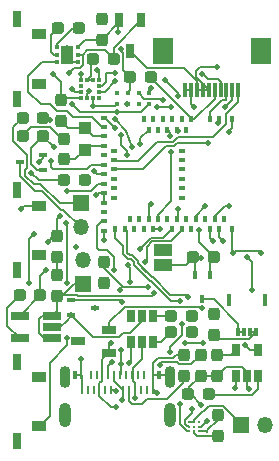
<source format=gbr>
%TF.GenerationSoftware,KiCad,Pcbnew,(5.99.0-8775-g06a515339c)*%
%TF.CreationDate,2021-12-27T00:45:29-05:00*%
%TF.ProjectId,mk2,6d6b322e-6b69-4636-9164-5f7063625858,rev?*%
%TF.SameCoordinates,Original*%
%TF.FileFunction,Copper,L1,Top*%
%TF.FilePolarity,Positive*%
%FSLAX46Y46*%
G04 Gerber Fmt 4.6, Leading zero omitted, Abs format (unit mm)*
G04 Created by KiCad (PCBNEW (5.99.0-8775-g06a515339c)) date 2021-12-27 00:45:29*
%MOMM*%
%LPD*%
G01*
G04 APERTURE LIST*
G04 Aperture macros list*
%AMRoundRect*
0 Rectangle with rounded corners*
0 $1 Rounding radius*
0 $2 $3 $4 $5 $6 $7 $8 $9 X,Y pos of 4 corners*
0 Add a 4 corners polygon primitive as box body*
4,1,4,$2,$3,$4,$5,$6,$7,$8,$9,$2,$3,0*
0 Add four circle primitives for the rounded corners*
1,1,$1+$1,$2,$3*
1,1,$1+$1,$4,$5*
1,1,$1+$1,$6,$7*
1,1,$1+$1,$8,$9*
0 Add four rect primitives between the rounded corners*
20,1,$1+$1,$2,$3,$4,$5,0*
20,1,$1+$1,$4,$5,$6,$7,0*
20,1,$1+$1,$6,$7,$8,$9,0*
20,1,$1+$1,$8,$9,$2,$3,0*%
G04 Aperture macros list end*
%TA.AperFunction,SMDPad,CuDef*%
%ADD10RoundRect,0.237500X0.287500X0.237500X-0.287500X0.237500X-0.287500X-0.237500X0.287500X-0.237500X0*%
%TD*%
%TA.AperFunction,SMDPad,CuDef*%
%ADD11RoundRect,0.237500X-0.237500X0.287500X-0.237500X-0.287500X0.237500X-0.287500X0.237500X0.287500X0*%
%TD*%
%TA.AperFunction,SMDPad,CuDef*%
%ADD12C,0.229500*%
%TD*%
%TA.AperFunction,SMDPad,CuDef*%
%ADD13RoundRect,0.237500X0.237500X-0.287500X0.237500X0.287500X-0.237500X0.287500X-0.237500X-0.287500X0*%
%TD*%
%TA.AperFunction,SMDPad,CuDef*%
%ADD14R,0.300000X0.350000*%
%TD*%
%TA.AperFunction,SMDPad,CuDef*%
%ADD15R,0.350000X0.300000*%
%TD*%
%TA.AperFunction,SMDPad,CuDef*%
%ADD16R,0.400000X0.600000*%
%TD*%
%TA.AperFunction,SMDPad,CuDef*%
%ADD17R,0.600000X0.400000*%
%TD*%
%TA.AperFunction,SMDPad,CuDef*%
%ADD18R,0.650000X1.060000*%
%TD*%
%TA.AperFunction,SMDPad,CuDef*%
%ADD19R,1.220000X0.650000*%
%TD*%
%TA.AperFunction,SMDPad,CuDef*%
%ADD20R,0.700000X0.450000*%
%TD*%
%TA.AperFunction,SMDPad,CuDef*%
%ADD21R,0.650000X1.220000*%
%TD*%
%TA.AperFunction,SMDPad,CuDef*%
%ADD22R,1.270000X0.900000*%
%TD*%
%TA.AperFunction,SMDPad,CuDef*%
%ADD23R,0.800000X1.450000*%
%TD*%
%TA.AperFunction,SMDPad,CuDef*%
%ADD24R,0.300000X1.300000*%
%TD*%
%TA.AperFunction,SMDPad,CuDef*%
%ADD25R,1.800000X2.200000*%
%TD*%
%TA.AperFunction,SMDPad,CuDef*%
%ADD26R,0.300000X0.700000*%
%TD*%
%TA.AperFunction,SMDPad,CuDef*%
%ADD27R,0.300000X1.000000*%
%TD*%
%TA.AperFunction,SMDPad,CuDef*%
%ADD28RoundRect,0.237500X-0.287500X-0.237500X0.287500X-0.237500X0.287500X0.237500X-0.287500X0.237500X0*%
%TD*%
%TA.AperFunction,SMDPad,CuDef*%
%ADD29R,0.400000X0.420000*%
%TD*%
%TA.AperFunction,ComponentPad*%
%ADD30R,1.350000X1.350000*%
%TD*%
%TA.AperFunction,ComponentPad*%
%ADD31O,1.350000X1.350000*%
%TD*%
%TA.AperFunction,SMDPad,CuDef*%
%ADD32R,0.450000X0.700000*%
%TD*%
%TA.AperFunction,SMDPad,CuDef*%
%ADD33RoundRect,0.093750X0.093750X0.106250X-0.093750X0.106250X-0.093750X-0.106250X0.093750X-0.106250X0*%
%TD*%
%TA.AperFunction,ComponentPad*%
%ADD34C,0.500000*%
%TD*%
%TA.AperFunction,SMDPad,CuDef*%
%ADD35R,1.000000X1.600000*%
%TD*%
%TA.AperFunction,SMDPad,CuDef*%
%ADD36R,1.100000X1.050000*%
%TD*%
%TA.AperFunction,SMDPad,CuDef*%
%ADD37R,0.250000X0.750000*%
%TD*%
%TA.AperFunction,SMDPad,CuDef*%
%ADD38R,0.300000X0.750000*%
%TD*%
%TA.AperFunction,ComponentPad*%
%ADD39O,1.025000X2.050000*%
%TD*%
%TA.AperFunction,ComponentPad*%
%ADD40O,0.925000X1.850000*%
%TD*%
%TA.AperFunction,SMDPad,CuDef*%
%ADD41R,1.560000X0.650000*%
%TD*%
%TA.AperFunction,SMDPad,CuDef*%
%ADD42R,1.500000X1.000000*%
%TD*%
%TA.AperFunction,ViaPad*%
%ADD43C,0.500000*%
%TD*%
%TA.AperFunction,Conductor*%
%ADD44C,0.130000*%
%TD*%
%TA.AperFunction,Conductor*%
%ADD45C,0.200000*%
%TD*%
G04 APERTURE END LIST*
D10*
%TO.P,R4,1*%
%TO.N,Net-(IC1-Pad35)*%
X27799000Y-39878000D03*
%TO.P,R4,2*%
%TO.N,USB_DP*%
X26049000Y-39878000D03*
%TD*%
%TO.P,R13,1*%
%TO.N,BACKLIGHT*%
X29704000Y-33528000D03*
%TO.P,R13,2*%
%TO.N,GND*%
X27954000Y-33528000D03*
%TD*%
D11*
%TO.P,R14,1*%
%TO.N,VIN*%
X29718000Y-38368000D03*
%TO.P,R14,2*%
%TO.N,Net-(J4-Pad1)*%
X29718000Y-40118000D03*
%TD*%
D12*
%TO.P,U6,A1,TH*%
%TO.N,+BATT*%
X27600000Y-47477000D03*
%TO.P,U6,A2,BATT*%
X28000000Y-47477000D03*
%TO.P,U6,A3,NC*%
%TO.N,N/C*%
X28400000Y-47477000D03*
%TO.P,U6,B1,SCL*%
%TO.N,SCL*%
X27600000Y-47877000D03*
%TO.P,U6,B2,~ALRT~*%
%TO.N,N/C*%
X28000000Y-47877000D03*
%TO.P,U6,B3,SYS*%
%TO.N,BATTPOW*%
X28400000Y-47877000D03*
%TO.P,U6,C1,SDA*%
%TO.N,SDA*%
X27600000Y-48277000D03*
%TO.P,U6,C2,REG*%
%TO.N,Net-(C10-Pad1)*%
X28000000Y-48277000D03*
%TO.P,U6,C3,GND*%
%TO.N,GND*%
X28400000Y-48277000D03*
%TD*%
D13*
%TO.P,C4,1*%
%TO.N,VIN*%
X16383000Y-36816000D03*
%TO.P,C4,2*%
%TO.N,GND*%
X16383000Y-35066000D03*
%TD*%
D10*
%TO.P,C9,1*%
%TO.N,LCD_DISP*%
X24370000Y-18288000D03*
%TO.P,C9,2*%
%TO.N,GND*%
X22620000Y-18288000D03*
%TD*%
D13*
%TO.P,C8,1*%
%TO.N,+5V*%
X20193000Y-15099000D03*
%TO.P,C8,2*%
%TO.N,GND*%
X20193000Y-13349000D03*
%TD*%
D14*
%TO.P,U4,1,SDO*%
%TO.N,GND*%
X18427000Y-20079000D03*
%TO.P,U4,2,SDX*%
%TO.N,SDA*%
X18927000Y-20079000D03*
%TO.P,U4,3,VDDIO*%
%TO.N,VCC*%
X19427000Y-20079000D03*
%TO.P,U4,4*%
%TO.N,N/C*%
X19927000Y-20079000D03*
D15*
%TO.P,U4,5,INT1*%
%TO.N,ACCELINT1*%
X19952000Y-19554000D03*
%TO.P,U4,6,INT2*%
%TO.N,ACCELINT2*%
X19952000Y-19054000D03*
D14*
%TO.P,U4,7,VDD*%
%TO.N,VCC*%
X19927000Y-18529000D03*
%TO.P,U4,8,GNDIO*%
%TO.N,GND*%
X19427000Y-18529000D03*
%TO.P,U4,9,GND*%
X18927000Y-18529000D03*
%TO.P,U4,10,~CSB~*%
%TO.N,VCC*%
X18427000Y-18529000D03*
D15*
%TO.P,U4,11*%
%TO.N,N/C*%
X18402000Y-19054000D03*
%TO.P,U4,12,SCX*%
%TO.N,SCL*%
X18402000Y-19554000D03*
%TD*%
D10*
%TO.P,R15,1*%
%TO.N,BUZZER*%
X15250000Y-23250000D03*
%TO.P,R15,2*%
%TO.N,GND*%
X13500000Y-23250000D03*
%TD*%
D16*
%TO.P,IC1,1,GND_1*%
%TO.N,GND*%
X31250000Y-21850000D03*
%TO.P,IC1,2,GND_2*%
X30150000Y-21850000D03*
%TO.P,IC1,3,P1.10*%
%TO.N,LCD_CS*%
X29350000Y-21850000D03*
%TO.P,IC1,4,P1.11*%
%TO.N,LCD_DISP*%
X27750000Y-21850000D03*
%TO.P,IC1,5,P1.12*%
%TO.N,N/C*%
X27350000Y-22750000D03*
%TO.P,IC1,6,P1.13*%
X26950000Y-21850000D03*
%TO.P,IC1,7,P1.14*%
%TO.N,ACCELINT1*%
X26550000Y-22750000D03*
%TO.P,IC1,8,P1.15*%
%TO.N,N/C*%
X26150000Y-21850000D03*
%TO.P,IC1,9,P0.03*%
%TO.N,ACCELINT2*%
X25750000Y-22750000D03*
%TO.P,IC1,10,P0.29*%
%TO.N,N/C*%
X25350000Y-21850000D03*
%TO.P,IC1,11,P0.02*%
X24950000Y-22750000D03*
%TO.P,IC1,12,P0.31*%
X24550000Y-21850000D03*
%TO.P,IC1,13,P0.28*%
%TO.N,BUZZER*%
X24150000Y-22750000D03*
%TO.P,IC1,14,P0.30*%
%TO.N,N/C*%
X23750000Y-21850000D03*
D17*
%TO.P,IC1,15,GND_3*%
%TO.N,GND*%
X20350000Y-21700000D03*
%TO.P,IC1,16,P0.27*%
%TO.N,5VREG_EN*%
X20350000Y-22500000D03*
%TO.P,IC1,17,P0.00/XL1*%
%TO.N,/XL1*%
X20350000Y-23300000D03*
%TO.P,IC1,18,P0.01/XL2*%
%TO.N,/XL2*%
X20350000Y-24100000D03*
%TO.P,IC1,19,P0.26*%
%TO.N,N/C*%
X21250000Y-24500000D03*
%TO.P,IC1,20,P0.04*%
X20350000Y-24900000D03*
%TO.P,IC1,21,P0.05*%
%TO.N,SPI_CLK*%
X21250000Y-25300000D03*
%TO.P,IC1,22,P0.06*%
%TO.N,BUTTON1*%
X20350000Y-25700000D03*
%TO.P,IC1,23,P0.07*%
%TO.N,SPI_MOSI*%
X21250000Y-26100000D03*
%TO.P,IC1,24,P0.08*%
%TO.N,BUTTON5*%
X20350000Y-26500000D03*
%TO.P,IC1,25,P1.08*%
%TO.N,N/C*%
X21250000Y-26900000D03*
%TO.P,IC1,26,P1.09*%
%TO.N,BUTTON3*%
X20350000Y-27300000D03*
%TO.P,IC1,27,P0.11*%
%TO.N,N/C*%
X21250000Y-27700000D03*
%TO.P,IC1,28,VDD*%
%TO.N,VCC*%
X20350000Y-28100000D03*
%TO.P,IC1,29,P0.12*%
%TO.N,N/C*%
X21250000Y-28500000D03*
%TO.P,IC1,30,VDDH*%
%TO.N,VCC*%
X20350000Y-28900000D03*
%TO.P,IC1,31,DCCH*%
%TO.N,N/C*%
X20350000Y-29700000D03*
%TO.P,IC1,32,VBUS*%
%TO.N,VUSB*%
X20350000Y-30500000D03*
%TO.P,IC1,33,GND_4*%
%TO.N,GND*%
X20350000Y-31300000D03*
D16*
%TO.P,IC1,34,D-*%
%TO.N,Net-(IC1-Pad34)*%
X21350000Y-31150000D03*
%TO.P,IC1,35,D+*%
%TO.N,Net-(IC1-Pad35)*%
X22150000Y-31150000D03*
%TO.P,IC1,36,P0.14*%
%TO.N,N/C*%
X22550000Y-30250000D03*
%TO.P,IC1,37,P0.13*%
X22950000Y-31150000D03*
%TO.P,IC1,38,P0.16*%
X23350000Y-30250000D03*
%TO.P,IC1,39,P0.15*%
X23750000Y-31150000D03*
%TO.P,IC1,40,P0.18/RESET*%
%TO.N,RST*%
X24150000Y-30250000D03*
%TO.P,IC1,41,P0.17*%
%TO.N,RTCIRQ*%
X24550000Y-31150000D03*
%TO.P,IC1,42,P0.19*%
%TO.N,SQW*%
X24950000Y-30250000D03*
%TO.P,IC1,43,P0.21*%
%TO.N,N/C*%
X25750000Y-30250000D03*
%TO.P,IC1,44,P0.20*%
%TO.N,SDA*%
X26150000Y-31150000D03*
%TO.P,IC1,45,P0.23*%
%TO.N,BACKLIGHT*%
X26550000Y-30250000D03*
%TO.P,IC1,46,P0.22*%
%TO.N,SCL*%
X26950000Y-31150000D03*
%TO.P,IC1,47,P1.00*%
%TO.N,N/C*%
X27350000Y-30250000D03*
%TO.P,IC1,48,P0.24*%
X27750000Y-31150000D03*
%TO.P,IC1,49,P0.25*%
%TO.N,FLASHLIGHT*%
X28150000Y-30250000D03*
%TO.P,IC1,50,P1.02*%
%TO.N,N/C*%
X28950000Y-30250000D03*
%TO.P,IC1,51,SWDIO*%
%TO.N,SWDIO*%
X29350000Y-31150000D03*
%TO.P,IC1,52,P0.09/NFC1*%
%TO.N,CHGNG*%
X29750000Y-30250000D03*
%TO.P,IC1,53,SWDCLK*%
%TO.N,SWDCLK*%
X30150000Y-31150000D03*
%TO.P,IC1,54,P0.10/NFC2*%
%TO.N,N/C*%
X30550000Y-30250000D03*
%TO.P,IC1,55,GND_5*%
%TO.N,GND*%
X31250000Y-31150000D03*
D17*
%TO.P,IC1,56,P1.04*%
%TO.N,N/C*%
X26950000Y-24500000D03*
%TO.P,IC1,57,P1.06*%
X26950000Y-25300000D03*
%TO.P,IC1,58,P1.07*%
X26950000Y-26100000D03*
%TO.P,IC1,59,P1.05*%
X26950000Y-26900000D03*
%TO.P,IC1,60,P1.03*%
X26950000Y-27700000D03*
%TO.P,IC1,61,P1.01*%
X26950000Y-28500000D03*
%TD*%
D18*
%TO.P,U3,1,STAT*%
%TO.N,CHGNG*%
X31550000Y-43600000D03*
%TO.P,U3,2,VSS*%
%TO.N,GND*%
X32500000Y-43600000D03*
%TO.P,U3,3,VBAT*%
%TO.N,BATTPOW*%
X33450000Y-43600000D03*
%TO.P,U3,4,VDD*%
%TO.N,VUSB*%
X33450000Y-41400000D03*
%TO.P,U3,5,PROG*%
%TO.N,Net-(R9-Pad1)*%
X31550000Y-41400000D03*
%TD*%
D13*
%TO.P,C10,1*%
%TO.N,Net-(C10-Pad1)*%
X30000000Y-48627000D03*
%TO.P,C10,2*%
%TO.N,GND*%
X30000000Y-46877000D03*
%TD*%
D19*
%TO.P,D1,1,A*%
%TO.N,VUSB*%
X20810000Y-41600000D03*
%TO.P,D1,2,A*%
%TO.N,BATTPOW*%
X20810000Y-39700000D03*
%TO.P,D1,3,K*%
%TO.N,Net-(D1-Pad3)*%
X18190000Y-40650000D03*
%TD*%
D20*
%TO.P,Q4,1,G*%
%TO.N,BUZZER*%
X15250000Y-26150000D03*
%TO.P,Q4,2,S*%
%TO.N,GND*%
X15250000Y-24850000D03*
%TO.P,Q4,3,D*%
%TO.N,Net-(J3-Pad2)*%
X13250000Y-25500000D03*
%TD*%
D10*
%TO.P,C20,1*%
%TO.N,BATTPOW*%
X29250000Y-45127000D03*
%TO.P,C20,2*%
%TO.N,GND*%
X27500000Y-45127000D03*
%TD*%
D18*
%TO.P,U5,1,CH1Out*%
%TO.N,USB_DN*%
X24572000Y-38524000D03*
%TO.P,U5,2,GND*%
%TO.N,GND*%
X23622000Y-38524000D03*
%TO.P,U5,3,CH1In*%
%TO.N,USB_DN_EXT*%
X22672000Y-38524000D03*
%TO.P,U5,4,CH2Int*%
%TO.N,USB_DP_EXT*%
X22672000Y-40724000D03*
%TO.P,U5,5,VCC*%
%TO.N,VUSB*%
X23622000Y-40724000D03*
%TO.P,U5,6,CH2Out*%
%TO.N,USB_DP*%
X24572000Y-40724000D03*
%TD*%
D21*
%TO.P,D2,1,A*%
%TO.N,VIN*%
X23556000Y-13422000D03*
%TO.P,D2,2,A*%
%TO.N,+5V*%
X21656000Y-13422000D03*
%TO.P,D2,3,K*%
%TO.N,DISP_POWER*%
X22606000Y-16042000D03*
%TD*%
D22*
%TO.P,SW2,1,1*%
%TO.N,GND*%
X14885000Y-14650000D03*
%TO.P,SW2,2,2*%
%TO.N,BUTTON1*%
X14885000Y-18850000D03*
D23*
%TO.P,SW2,3*%
%TO.N,N/C*%
X13000000Y-13375000D03*
%TO.P,SW2,4*%
X13000000Y-20125000D03*
%TD*%
D24*
%TO.P,J1,1,Pin_1*%
%TO.N,SPI_CLK*%
X31750000Y-19350000D03*
%TO.P,J1,2,Pin_2*%
%TO.N,SPI_MOSI*%
X31250000Y-19350000D03*
%TO.P,J1,3,Pin_3*%
%TO.N,LCD_CS*%
X30750000Y-19350000D03*
%TO.P,J1,4,Pin_4*%
%TO.N,SQW*%
X30250000Y-19350000D03*
%TO.P,J1,5,Pin_5*%
%TO.N,LCD_DISP*%
X29750000Y-19350000D03*
%TO.P,J1,6,Pin_6*%
%TO.N,DISP_POWER*%
X29250000Y-19350000D03*
%TO.P,J1,7,Pin_7*%
X28750000Y-19350000D03*
%TO.P,J1,8,Pin_8*%
X28250000Y-19350000D03*
%TO.P,J1,9,Pin_9*%
%TO.N,GND*%
X27750000Y-19350000D03*
%TO.P,J1,10,Pin_10*%
X27250000Y-19350000D03*
D25*
%TO.P,J1,MP*%
%TO.N,N/C*%
X25350000Y-16100000D03*
X33650000Y-16100000D03*
%TD*%
D11*
%TO.P,R9,1*%
%TO.N,Net-(R9-Pad1)*%
X29972000Y-41797000D03*
%TO.P,R9,2*%
%TO.N,GND*%
X29972000Y-43547000D03*
%TD*%
D26*
%TO.P,J4,1,1*%
%TO.N,Net-(J4-Pad1)*%
X33250000Y-39825000D03*
%TO.P,J4,2,2*%
X32750000Y-39825000D03*
%TO.P,J4,3,3*%
%TO.N,Net-(J4-Pad3)*%
X32250000Y-39825000D03*
%TO.P,J4,4,4*%
X31750000Y-39825000D03*
D27*
%TO.P,J4,S1,SHIELD*%
%TO.N,N/C*%
X34040000Y-37175000D03*
%TO.P,J4,S2,SHIELD__1*%
X30960000Y-37175000D03*
%TD*%
D11*
%TO.P,C2,1*%
%TO.N,GND*%
X17000000Y-23500000D03*
%TO.P,C2,2*%
%TO.N,/XL2*%
X17000000Y-25250000D03*
%TD*%
D28*
%TO.P,C5,1*%
%TO.N,GND*%
X19445000Y-16764000D03*
%TO.P,C5,2*%
%TO.N,VIN*%
X21195000Y-16764000D03*
%TD*%
D29*
%TO.P,IC2,1,SDA*%
%TO.N,SDA*%
X24210000Y-19616000D03*
%TO.P,IC2,2,SQW*%
%TO.N,SQW*%
X23310000Y-19616000D03*
%TO.P,IC2,3,VSS*%
%TO.N,GND*%
X22410000Y-19616000D03*
%TO.P,IC2,4*%
%TO.N,N/C*%
X21510000Y-19616000D03*
%TO.P,IC2,5,VCC*%
%TO.N,VCC*%
X21510000Y-20516000D03*
%TO.P,IC2,6,~IRQ/OUT~*%
%TO.N,RTCIRQ*%
X22410000Y-20516000D03*
%TO.P,IC2,7*%
%TO.N,N/C*%
X23310000Y-20516000D03*
%TO.P,IC2,8,SCL*%
%TO.N,SCL*%
X24210000Y-20516000D03*
%TD*%
D30*
%TO.P,BT1,1,+*%
%TO.N,+BATT*%
X32000000Y-47750000D03*
D31*
%TO.P,BT1,2,-*%
%TO.N,GND*%
X34000000Y-47750000D03*
%TD*%
D11*
%TO.P,R2,1*%
%TO.N,FLASHLIGHT*%
X20400000Y-33925000D03*
%TO.P,R2,2*%
%TO.N,GND*%
X20400000Y-35675000D03*
%TD*%
D22*
%TO.P,SW4,1,1*%
%TO.N,GND*%
X14885000Y-43650000D03*
%TO.P,SW4,2,2*%
%TO.N,BUTTON3*%
X14885000Y-47850000D03*
D23*
%TO.P,SW4,3*%
%TO.N,N/C*%
X13000000Y-42375000D03*
%TO.P,SW4,4*%
X13000000Y-49125000D03*
%TD*%
D10*
%TO.P,C6,1*%
%TO.N,Net-(C6-Pad1)*%
X18274000Y-14097000D03*
%TO.P,C6,2*%
%TO.N,Net-(C6-Pad2)*%
X16524000Y-14097000D03*
%TD*%
D32*
%TO.P,Q3,1,G*%
%TO.N,BACKLIGHT*%
X29352000Y-35068000D03*
%TO.P,Q3,2,S*%
%TO.N,GND*%
X28052000Y-35068000D03*
%TO.P,Q3,3,D*%
%TO.N,Net-(J4-Pad3)*%
X28702000Y-37068000D03*
%TD*%
D33*
%TO.P,U1,1,GND*%
%TO.N,GND*%
X18140500Y-17033000D03*
%TO.P,U1,2,VIN*%
%TO.N,VIN*%
X18140500Y-16383000D03*
%TO.P,U1,3,VOUT*%
%TO.N,+5V*%
X18140500Y-15733000D03*
%TO.P,U1,4,CP+*%
%TO.N,Net-(C6-Pad1)*%
X16365500Y-15733000D03*
%TO.P,U1,5,CP-*%
%TO.N,Net-(C6-Pad2)*%
X16365500Y-16383000D03*
%TO.P,U1,6,ENA*%
%TO.N,5VREG_EN*%
X16365500Y-17033000D03*
D34*
%TO.P,U1,7,EP*%
%TO.N,GND*%
X17253000Y-15833000D03*
X17253000Y-16933000D03*
D35*
X17253000Y-16383000D03*
%TD*%
D36*
%TO.P,Y1,1,1*%
%TO.N,/XL2*%
X18750000Y-24425000D03*
%TO.P,Y1,2,2*%
%TO.N,/XL1*%
X18750000Y-22575000D03*
%TD*%
D37*
%TO.P,J2,A1,GNDA*%
%TO.N,GND*%
X18450000Y-43525000D03*
%TO.P,J2,A2,TX1_P*%
%TO.N,N/C*%
X19250000Y-43525000D03*
%TO.P,J2,A3,TX1_N*%
X19750000Y-43525000D03*
%TO.P,J2,A4,VBUS_A*%
%TO.N,VUSB*%
X20250000Y-43525000D03*
%TO.P,J2,A5,CC1*%
%TO.N,Net-(R12-Pad2)*%
X20750000Y-43525000D03*
%TO.P,J2,A6,DA_P*%
%TO.N,USB_DP_EXT*%
X21250000Y-43525000D03*
%TO.P,J2,A7,DA_N*%
%TO.N,USB_DN_EXT*%
X21750000Y-43525000D03*
%TO.P,J2,A8,SBU1*%
%TO.N,N/C*%
X22250000Y-43525000D03*
%TO.P,J2,A9,VBUS_A__1*%
%TO.N,VUSB*%
X22750000Y-43525000D03*
%TO.P,J2,A10,RX2_N*%
%TO.N,N/C*%
X23250000Y-43525000D03*
%TO.P,J2,A11,RX2_P*%
X23750000Y-43525000D03*
%TO.P,J2,A12,GNDA__1*%
%TO.N,GND*%
X24550000Y-43525000D03*
%TO.P,J2,B1,GNDB*%
X24500000Y-44775000D03*
%TO.P,J2,B2,TX2_P*%
%TO.N,N/C*%
X24000000Y-44775000D03*
%TO.P,J2,B3,TX2_N*%
X23500000Y-44775000D03*
%TO.P,J2,B4,VBUS_B*%
%TO.N,VUSB*%
X23000000Y-44775000D03*
%TO.P,J2,B5,CC2*%
%TO.N,Net-(R11-Pad1)*%
X22500000Y-44775000D03*
%TO.P,J2,B6,DB_P*%
%TO.N,USB_DP_EXT*%
X22000000Y-44775000D03*
%TO.P,J2,B7,DB_N*%
%TO.N,USB_DN_EXT*%
X21000000Y-44775000D03*
%TO.P,J2,B8,SBU2*%
%TO.N,N/C*%
X20500000Y-44775000D03*
%TO.P,J2,B9,VBUS_B__1*%
%TO.N,VUSB*%
X20000000Y-44775000D03*
%TO.P,J2,B10,RX1_N*%
%TO.N,N/C*%
X19500000Y-44775000D03*
%TO.P,J2,B11,RX1_P*%
X19000000Y-44775000D03*
%TO.P,J2,B12,GNDB__1*%
%TO.N,GND*%
X18500000Y-44775000D03*
D38*
%TO.P,J2,G1,GND*%
X17950000Y-43525000D03*
%TO.P,J2,G2,GND__1*%
X25050000Y-43525000D03*
D39*
%TO.P,J2,S1,SHIELD*%
X17050000Y-46900000D03*
%TO.P,J2,S2,SHIELD__1*%
X25950000Y-46900000D03*
D40*
%TO.P,J2,S3,SHIELD__2*%
X17050000Y-43700000D03*
%TO.P,J2,S4,SHIELD__3*%
X25950000Y-43700000D03*
%TD*%
D11*
%TO.P,C7,1*%
%TO.N,VCC*%
X16383000Y-31764000D03*
%TO.P,C7,2*%
%TO.N,GND*%
X16383000Y-33514000D03*
%TD*%
D20*
%TO.P,Q1,1,G*%
%TO.N,FLASHLIGHT*%
X17600000Y-37150000D03*
%TO.P,Q1,2,S*%
%TO.N,GND*%
X17600000Y-38450000D03*
%TO.P,Q1,3,D*%
%TO.N,Net-(J6-Pad2)*%
X19600000Y-37800000D03*
%TD*%
D10*
%TO.P,R3,1*%
%TO.N,Net-(IC1-Pad34)*%
X27799000Y-38481000D03*
%TO.P,R3,2*%
%TO.N,USB_DN*%
X26049000Y-38481000D03*
%TD*%
D30*
%TO.P,J6,1,Pin_1*%
%TO.N,VIN*%
X18600000Y-35800000D03*
D31*
%TO.P,J6,2,Pin_2*%
%TO.N,Net-(J6-Pad2)*%
X18600000Y-33800000D03*
%TD*%
D13*
%TO.P,R11,1*%
%TO.N,Net-(R11-Pad1)*%
X27178000Y-43547000D03*
%TO.P,R11,2*%
%TO.N,GND*%
X27178000Y-41797000D03*
%TD*%
D10*
%TO.P,R16,1*%
%TO.N,VCC*%
X15250000Y-21750000D03*
%TO.P,R16,2*%
%TO.N,Net-(J3-Pad1)*%
X13500000Y-21750000D03*
%TD*%
%TO.P,C3,1*%
%TO.N,VCC*%
X18750000Y-27000000D03*
%TO.P,C3,2*%
%TO.N,GND*%
X17000000Y-27000000D03*
%TD*%
D22*
%TO.P,SW1,1,1*%
%TO.N,GND*%
X14885000Y-29150000D03*
%TO.P,SW1,2,2*%
%TO.N,BUTTON5*%
X14885000Y-33350000D03*
D23*
%TO.P,SW1,3*%
%TO.N,N/C*%
X13000000Y-27875000D03*
%TO.P,SW1,4*%
X13000000Y-34625000D03*
%TD*%
D30*
%TO.P,J3,1,Pin_1*%
%TO.N,Net-(J3-Pad1)*%
X18415000Y-28972000D03*
D31*
%TO.P,J3,2,Pin_2*%
%TO.N,Net-(J3-Pad2)*%
X18415000Y-30972000D03*
%TD*%
D13*
%TO.P,R12,1*%
%TO.N,GND*%
X28575000Y-43547000D03*
%TO.P,R12,2*%
%TO.N,Net-(R12-Pad2)*%
X28575000Y-41797000D03*
%TD*%
D41*
%TO.P,U2,1,VIN*%
%TO.N,VIN*%
X15950000Y-40400000D03*
%TO.P,U2,2,GND*%
%TO.N,GND*%
X15950000Y-39450000D03*
%TO.P,U2,3,EN*%
%TO.N,VIN*%
X15950000Y-38500000D03*
%TO.P,U2,4,FB*%
%TO.N,VCC*%
X13250000Y-38500000D03*
%TO.P,U2,5,SW*%
%TO.N,Net-(L1-Pad1)*%
X13250000Y-40400000D03*
%TD*%
D28*
%TO.P,L1,1,1*%
%TO.N,Net-(L1-Pad1)*%
X13250000Y-36750000D03*
%TO.P,L1,2,2*%
%TO.N,VCC*%
X15000000Y-36750000D03*
%TD*%
D11*
%TO.P,C1,1*%
%TO.N,GND*%
X16750000Y-20250000D03*
%TO.P,C1,2*%
%TO.N,/XL1*%
X16750000Y-22000000D03*
%TD*%
D42*
%TO.P,JP2,1,1*%
%TO.N,RST*%
X25400000Y-32878000D03*
%TO.P,JP2,2,2*%
%TO.N,GND*%
X25400000Y-34178000D03*
%TD*%
D43*
%TO.N,RST*%
X25116972Y-32783028D03*
%TO.N,Net-(IC1-Pad34)*%
X26797000Y-37211000D03*
%TO.N,VUSB*%
X20950000Y-40805021D03*
%TO.N,Net-(D1-Pad3)*%
X17934990Y-40650000D03*
%TO.N,GND*%
X17600000Y-38450000D03*
%TO.N,USB_DP_EXT*%
X22500000Y-42515010D03*
%TO.N,Net-(R12-Pad2)*%
X21100000Y-42375002D03*
X25111855Y-42616481D03*
%TO.N,USB_DN_EXT*%
X21372591Y-44875927D03*
%TO.N,USB_DP_EXT*%
X21900000Y-45600000D03*
%TO.N,GND*%
X33655000Y-33172400D03*
X20269200Y-13258800D03*
X14909800Y-25425400D03*
X14986000Y-14478000D03*
X20421600Y-32054800D03*
X18449968Y-42150032D03*
X21336000Y-22606000D03*
X30073600Y-22148800D03*
X16967200Y-23317200D03*
X27200000Y-41800000D03*
X20400000Y-35600000D03*
X28586081Y-33568972D03*
X32639000Y-44704000D03*
X28575000Y-43547000D03*
X13614400Y-23418800D03*
X21831000Y-15937999D03*
X30073600Y-43561000D03*
X14224000Y-26365200D03*
X24900000Y-45000000D03*
X28600000Y-46000000D03*
X16052800Y-18034000D03*
X31292800Y-33172400D03*
X30175200Y-46812200D03*
X17983200Y-32664400D03*
X16383000Y-35066000D03*
X19304000Y-16764000D03*
X15000000Y-43600000D03*
X27990800Y-20777200D03*
X13335000Y-29464000D03*
X30937200Y-22910800D03*
%TO.N,VCC*%
X19822694Y-17679875D03*
X15487056Y-34588825D03*
X22301200Y-24892000D03*
X18750000Y-27000000D03*
X16662400Y-30022800D03*
X15825000Y-21925392D03*
X15600000Y-32200000D03*
X19456400Y-20726400D03*
X21793200Y-23164800D03*
X18427000Y-18020600D03*
X19685000Y-28270200D03*
%TO.N,VIN*%
X14000000Y-35750000D03*
X14419999Y-31580001D03*
X24638000Y-36576000D03*
X15950000Y-38500000D03*
X17399000Y-17907000D03*
X29718000Y-38368000D03*
X16383000Y-36816000D03*
%TO.N,BATTPOW*%
X29250000Y-45127000D03*
X29075147Y-47396517D03*
X28702000Y-37868002D03*
%TO.N,VUSB*%
X32325002Y-41000000D03*
X28800009Y-40800000D03*
X23665010Y-40724000D03*
X21249148Y-34630852D03*
X27200000Y-40800000D03*
X21400000Y-46200000D03*
X22999617Y-45416901D03*
%TO.N,Net-(IC1-Pad34)*%
X27799000Y-38481000D03*
%TO.N,Net-(IC1-Pad35)*%
X27483838Y-36855038D03*
X27799000Y-39878000D03*
%TO.N,RST*%
X24341010Y-28998990D03*
%TO.N,SWDIO*%
X29591000Y-32131000D03*
%TO.N,SWDCLK*%
X30480000Y-32131000D03*
%TO.N,SQW*%
X28702000Y-18034000D03*
X26070863Y-24643340D03*
X25400000Y-20193000D03*
%TO.N,SDA*%
X26814872Y-45995290D03*
X19123667Y-19480928D03*
X23400000Y-32800000D03*
X22758400Y-24180800D03*
X21323702Y-21854327D03*
X24333200Y-19202400D03*
%TO.N,RTCIRQ*%
X22352000Y-20574000D03*
X25146000Y-31115000D03*
%TO.N,SCL*%
X26991028Y-39192882D03*
X23876000Y-33909000D03*
X21452997Y-21219003D03*
X22390798Y-34190798D03*
X17673385Y-20594010D03*
X25979659Y-41521428D03*
X17653000Y-19304000D03*
X27800000Y-46400000D03*
X22600000Y-35600000D03*
%TO.N,BACKLIGHT*%
X26670000Y-29464000D03*
X28440990Y-31195332D03*
%TO.N,BUZZER*%
X16118817Y-24224193D03*
X23446133Y-23976758D03*
%TO.N,CHGNG*%
X32893000Y-36307000D03*
X30988000Y-29210000D03*
X31496000Y-44577000D03*
X32492000Y-33508000D03*
%TO.N,SPI_MOSI*%
X29210000Y-23876000D03*
X30607000Y-20828000D03*
%TO.N,BUTTON1*%
X14885000Y-18850000D03*
X15890675Y-25418525D03*
%TO.N,BUTTON5*%
X19536732Y-26267732D03*
X14885009Y-33350000D03*
%TO.N,BUTTON3*%
X17200000Y-30600000D03*
X17272000Y-35728000D03*
X17272000Y-27925000D03*
X17272000Y-40328000D03*
%TO.N,DISP_POWER*%
X29972000Y-17429000D03*
%TO.N,ACCELINT2*%
X24892000Y-20828000D03*
X26035000Y-20828000D03*
X21336000Y-17907000D03*
X25965209Y-23283318D03*
%TO.N,ACCELINT1*%
X25553943Y-18548721D03*
X26653168Y-22843168D03*
X21336000Y-18643600D03*
X26635326Y-19896775D03*
%TO.N,+5V*%
X21590000Y-14478000D03*
%TO.N,USB_DN_EXT*%
X21800000Y-41400000D03*
X22672000Y-38524000D03*
X21800000Y-42600000D03*
%TO.N,FLASHLIGHT*%
X21714158Y-36301245D03*
X21900000Y-37300000D03*
X24130000Y-36068000D03*
X28956000Y-29210000D03*
%TO.N,Net-(J6-Pad2)*%
X19600000Y-37800000D03*
%TD*%
D44*
%TO.N,RST*%
X25211944Y-32878000D02*
X25116972Y-32783028D01*
X25400000Y-32878000D02*
X25211944Y-32878000D01*
%TO.N,GND*%
X25400000Y-34178000D02*
X27304000Y-34178000D01*
X27304000Y-34178000D02*
X27954000Y-33528000D01*
%TO.N,Net-(IC1-Pad35)*%
X24513905Y-35222970D02*
X24427768Y-35222970D01*
X24427768Y-35222970D02*
X23628799Y-34424001D01*
X25990935Y-36700000D02*
X24513905Y-35222970D01*
X22774694Y-33345786D02*
X22550584Y-33345786D01*
X26545783Y-36700000D02*
X25990935Y-36700000D01*
X22344999Y-33140201D02*
X22344999Y-31344999D01*
X23235810Y-33806902D02*
X22774694Y-33345786D01*
X23235810Y-34031012D02*
X23235810Y-33806902D01*
X26549794Y-36695989D02*
X26545783Y-36700000D01*
X27324789Y-36695989D02*
X26549794Y-36695989D01*
X22550584Y-33345786D02*
X22344999Y-33140201D01*
X24427768Y-35222970D02*
X23235810Y-34031012D01*
X27483838Y-36855038D02*
X27324789Y-36695989D01*
X22344999Y-31344999D02*
X22150000Y-31150000D01*
%TO.N,BATTPOW*%
X22321011Y-37728989D02*
X28562987Y-37728989D01*
%TO.N,Net-(IC1-Pad34)*%
X21350000Y-31150000D02*
X21350000Y-31935412D01*
%TO.N,BATTPOW*%
X28562987Y-37728989D02*
X28702000Y-37868002D01*
%TO.N,Net-(IC1-Pad34)*%
X21350000Y-31935412D02*
X22014988Y-32600400D01*
X26035217Y-37211000D02*
X26797000Y-37211000D01*
X22014988Y-32600400D02*
X22014988Y-33276896D01*
X22637999Y-33675797D02*
X22905799Y-33943597D01*
X24377206Y-35552989D02*
X26035217Y-37211000D01*
X22413889Y-33675797D02*
X22637999Y-33675797D01*
X22905799Y-33943597D02*
X22905799Y-34167707D01*
X22905799Y-34167707D02*
X24291081Y-35552989D01*
X22014988Y-33276896D02*
X22413889Y-33675797D01*
X24291081Y-35552989D02*
X24377206Y-35552989D01*
%TO.N,VUSB*%
X20810000Y-40945021D02*
X20950000Y-40805021D01*
%TO.N,GND*%
X23622000Y-38524000D02*
X23622000Y-38906020D01*
%TO.N,VUSB*%
X20810000Y-41600000D02*
X20810000Y-40945021D01*
%TO.N,GND*%
X23622000Y-38906020D02*
X22599031Y-39928989D01*
X22599031Y-39928989D02*
X21993031Y-39928989D01*
X21993031Y-39928989D02*
X21632009Y-40290011D01*
X21632009Y-40290011D02*
X19440011Y-40290011D01*
X19440011Y-40290011D02*
X17600000Y-38450000D01*
%TO.N,Net-(D1-Pad3)*%
X18190000Y-40650000D02*
X17934990Y-40650000D01*
%TO.N,VUSB*%
X20250000Y-43525000D02*
X20250000Y-42160000D01*
X20250000Y-42160000D02*
X20810000Y-41600000D01*
%TO.N,USB_DP_EXT*%
X22672000Y-40724000D02*
X22672000Y-42343010D01*
%TO.N,VUSB*%
X22999616Y-44741068D02*
X22999616Y-44218074D01*
X22999616Y-44218074D02*
X22830011Y-44048469D01*
X22830011Y-44048469D02*
X22830011Y-42947201D01*
%TO.N,Net-(R12-Pad2)*%
X20750000Y-43525000D02*
X20750000Y-42725002D01*
%TO.N,VUSB*%
X22830011Y-42947201D02*
X23622000Y-42155212D01*
%TO.N,USB_DP_EXT*%
X22672000Y-42343010D02*
X22500000Y-42515010D01*
%TO.N,Net-(R12-Pad2)*%
X20750000Y-42725002D02*
X21100000Y-42375002D01*
%TO.N,VUSB*%
X23622000Y-42155212D02*
X23622000Y-41106020D01*
%TO.N,BATTPOW*%
X22159213Y-37728989D02*
X22321011Y-37728989D01*
X22134991Y-37728989D02*
X22321011Y-37728989D01*
X20810000Y-39053980D02*
X22134991Y-37728989D01*
X20810000Y-39700000D02*
X20810000Y-39053980D01*
%TO.N,Net-(R12-Pad2)*%
X25328336Y-42400000D02*
X25111855Y-42616481D01*
X28575000Y-41797000D02*
X27784980Y-42587020D01*
X26545328Y-42400000D02*
X25328336Y-42400000D01*
X26732348Y-42587020D02*
X26545328Y-42400000D01*
X27784980Y-42587020D02*
X26732348Y-42587020D01*
%TO.N,USB_DN_EXT*%
X21237732Y-44741068D02*
X21372591Y-44875927D01*
X20999874Y-44741068D02*
X21237732Y-44741068D01*
%TO.N,USB_DP_EXT*%
X21250000Y-43525000D02*
X21250000Y-44025000D01*
X21250000Y-44025000D02*
X22000000Y-44775000D01*
X21900000Y-45600000D02*
X22000000Y-45500000D01*
X22000000Y-45500000D02*
X22000000Y-44775000D01*
%TO.N,GND*%
X18449968Y-43491068D02*
X18449968Y-42150032D01*
X27727000Y-45127000D02*
X28600000Y-46000000D01*
X14240020Y-22509980D02*
X13500000Y-23250000D01*
X31250000Y-22598000D02*
X30937200Y-22910800D01*
X22620000Y-19406000D02*
X22410000Y-19616000D01*
X27250000Y-19350000D02*
X27750000Y-19350000D01*
X31242000Y-31599952D02*
X31242000Y-33121600D01*
X31250000Y-31591952D02*
X31242000Y-31599952D01*
X18427000Y-20079000D02*
X16921000Y-20079000D01*
X17600000Y-38519978D02*
X17209989Y-38909989D01*
X27178000Y-41797000D02*
X26466304Y-41797000D01*
X31250000Y-21850000D02*
X31250000Y-22598000D01*
X19304000Y-18152000D02*
X19304000Y-16764000D01*
X30150000Y-22072400D02*
X30073600Y-22148800D01*
X21831000Y-15937999D02*
X21831000Y-16015000D01*
X16507301Y-23192301D02*
X15824980Y-22509980D01*
X24963561Y-42036439D02*
X24550032Y-42449968D01*
X27500000Y-45127000D02*
X27500000Y-44636000D01*
X24641068Y-44741068D02*
X24900000Y-45000000D01*
X31242000Y-33121600D02*
X31292800Y-33172400D01*
X27750000Y-20536400D02*
X27990800Y-20777200D01*
X19427000Y-18529000D02*
X18927000Y-18529000D01*
X15824980Y-22509980D02*
X14240020Y-22509980D01*
X29125400Y-48277000D02*
X29133800Y-48285400D01*
X18499244Y-44741068D02*
X18499244Y-43540344D01*
X28052000Y-35068000D02*
X28052000Y-33626000D01*
X26226865Y-42036439D02*
X24963561Y-42036439D01*
X25775000Y-43525000D02*
X25950000Y-43700000D01*
X33475599Y-32992999D02*
X33655000Y-33172400D01*
X20430000Y-21700000D02*
X21336000Y-22606000D01*
X26466304Y-41797000D02*
X26226865Y-42036439D01*
X20350000Y-31300000D02*
X20350000Y-31983200D01*
X22620000Y-18288000D02*
X22620000Y-19406000D01*
X18030000Y-32711200D02*
X17983200Y-32664400D01*
X28400000Y-48277000D02*
X29125400Y-48277000D01*
X31472201Y-32992999D02*
X33475599Y-32992999D01*
X24550032Y-42449968D02*
X24550032Y-43491068D01*
X31292800Y-33172400D02*
X31472201Y-32992999D01*
X16750000Y-20250000D02*
X16750000Y-18731200D01*
X29133800Y-48158400D02*
X30000000Y-47292200D01*
X24550000Y-43525000D02*
X25050000Y-43525000D01*
X28545109Y-33528000D02*
X28586081Y-33568972D01*
X27750000Y-19350000D02*
X27750000Y-20536400D01*
X16383000Y-35066000D02*
X16383000Y-33514000D01*
X17950000Y-43525000D02*
X18450000Y-43525000D01*
X16669978Y-39450000D02*
X15950000Y-39450000D01*
X17000000Y-27000000D02*
X14858800Y-27000000D01*
X16750000Y-18731200D02*
X16052800Y-18034000D01*
X20400000Y-35675000D02*
X20400000Y-35600000D01*
X21985020Y-17717820D02*
X22555200Y-18288000D01*
X24499994Y-44741068D02*
X24641068Y-44741068D01*
X21985020Y-16244620D02*
X21985020Y-17717820D01*
X21831000Y-16015000D02*
X21793200Y-16052800D01*
X20350000Y-31983200D02*
X20421600Y-32054800D01*
X14858800Y-27000000D02*
X14224000Y-26365200D01*
X13649000Y-29150000D02*
X13335000Y-29464000D01*
X17209989Y-38909989D02*
X16669978Y-39450000D01*
X32500000Y-43600000D02*
X32500000Y-44565000D01*
X16967200Y-23317200D02*
X16507301Y-23192301D01*
X18140500Y-17033000D02*
X17353000Y-17033000D01*
X32500000Y-44565000D02*
X32639000Y-44704000D01*
X27500000Y-44636000D02*
X28575000Y-43561000D01*
X15250000Y-25085200D02*
X14909800Y-25425400D01*
X15250000Y-24850000D02*
X15250000Y-25085200D01*
X32500000Y-43217980D02*
X32082020Y-42800000D01*
X31250000Y-31150000D02*
X31250000Y-31591952D01*
X17600000Y-38450000D02*
X17600000Y-38519978D01*
X29133800Y-48285400D02*
X29133800Y-48158400D01*
X30719000Y-42800000D02*
X29972000Y-43547000D01*
X21793200Y-16052800D02*
X21985020Y-16244620D01*
X28575000Y-43561000D02*
X29958000Y-43561000D01*
X14885000Y-29150000D02*
X13649000Y-29150000D01*
X32082020Y-42800000D02*
X30719000Y-42800000D01*
X27954000Y-33528000D02*
X28545109Y-33528000D01*
X25050000Y-43525000D02*
X25775000Y-43525000D01*
X24550032Y-43491068D02*
X24550032Y-44691030D01*
X18927000Y-18529000D02*
X19304000Y-18152000D01*
%TO.N,+BATT*%
X28847201Y-46515001D02*
X28799952Y-46515001D01*
X28799952Y-46515001D02*
X28000000Y-47314953D01*
X28000000Y-47314953D02*
X28000000Y-47477000D01*
X29275222Y-46086980D02*
X28847201Y-46515001D01*
X32000000Y-47641328D02*
X30445652Y-46086980D01*
X27600000Y-47477000D02*
X28000000Y-47477000D01*
X30445652Y-46086980D02*
X29275222Y-46086980D01*
%TO.N,VCC*%
X16383000Y-31764000D02*
X16383000Y-30302200D01*
X19427000Y-20697000D02*
X19456400Y-20726400D01*
X16383000Y-30302200D02*
X16662400Y-30022800D01*
X20350000Y-28900000D02*
X20350000Y-28100000D01*
X21793200Y-24066180D02*
X21793200Y-23164800D01*
X22301200Y-24892000D02*
X22301200Y-24574180D01*
X22301200Y-24574180D02*
X21793200Y-24066180D01*
X19939000Y-18517000D02*
X19939000Y-18237020D01*
X15000000Y-35075881D02*
X15000000Y-36750000D01*
X15487056Y-34588825D02*
X15000000Y-35075881D01*
X19427000Y-20079000D02*
X19427000Y-20697000D01*
X18427000Y-18529000D02*
X18427000Y-18020600D01*
X15825000Y-21925392D02*
X15425392Y-21925392D01*
X19927000Y-18529000D02*
X19927000Y-17784181D01*
X21299600Y-20726400D02*
X19456400Y-20726400D01*
X15000000Y-36750000D02*
X13250000Y-38500000D01*
X21510000Y-20516000D02*
X21299600Y-20726400D01*
X16036000Y-31764000D02*
X15600000Y-32200000D01*
X19855200Y-28100000D02*
X19685000Y-28270200D01*
X19927000Y-17784181D02*
X19822694Y-17679875D01*
X20350000Y-28100000D02*
X19855200Y-28100000D01*
X16383000Y-31764000D02*
X16036000Y-31764000D01*
X18338800Y-17932400D02*
X18427000Y-18020600D01*
%TO.N,VIN*%
X15094000Y-38500000D02*
X15950000Y-38500000D01*
X17800401Y-17505599D02*
X18375279Y-17505599D01*
X16383000Y-36816000D02*
X16383000Y-38067000D01*
X16489011Y-36709989D02*
X18073000Y-36709989D01*
X15317980Y-40400000D02*
X14859000Y-39941020D01*
X14034989Y-35715011D02*
X14000000Y-35750000D01*
X20454980Y-16023980D02*
X18949348Y-16023980D01*
X18593020Y-17287858D02*
X18593020Y-16380308D01*
X14034989Y-31965011D02*
X14034989Y-35715011D01*
X21195000Y-16764000D02*
X21195000Y-15783000D01*
X18375279Y-17505599D02*
X18593020Y-17287858D01*
X18590328Y-16383000D02*
X18949348Y-16023980D01*
X24412000Y-36802000D02*
X24638000Y-36576000D01*
X14859000Y-39941020D02*
X14859000Y-38735000D01*
X18073000Y-36709989D02*
X18165011Y-36802000D01*
X17399000Y-17907000D02*
X17800401Y-17505599D01*
X16383000Y-38067000D02*
X15950000Y-38500000D01*
X14859000Y-38735000D02*
X15094000Y-38500000D01*
X14419999Y-31580001D02*
X14034989Y-31965011D01*
X17874000Y-35800000D02*
X16858000Y-36816000D01*
X16397000Y-36802000D02*
X16489011Y-36709989D01*
X18140500Y-16383000D02*
X18590328Y-16383000D01*
X16858000Y-36816000D02*
X16383000Y-36816000D01*
X21195000Y-16764000D02*
X20454980Y-16023980D01*
X21195000Y-15783000D02*
X23556000Y-13422000D01*
X18600000Y-35800000D02*
X17874000Y-35800000D01*
X18165011Y-36802000D02*
X24412000Y-36802000D01*
%TO.N,Net-(C10-Pad1)*%
X28217714Y-48656761D02*
X28000000Y-48439047D01*
X29970239Y-48656761D02*
X28217714Y-48656761D01*
X28000000Y-48439047D02*
X28000000Y-48277000D01*
%TO.N,BATTPOW*%
X33450000Y-44655202D02*
X32886201Y-45219001D01*
X28400000Y-47877000D02*
X28594664Y-47877000D01*
X28594664Y-47877000D02*
X29075147Y-47396517D01*
X32886201Y-45219001D02*
X29342001Y-45219001D01*
X33450000Y-43600000D02*
X33450000Y-44655202D01*
%TO.N,VUSB*%
X19967991Y-32927011D02*
X20627011Y-32927011D01*
X20250066Y-43967630D02*
X19999622Y-44218074D01*
X19999622Y-45264062D02*
X20935560Y-46200000D01*
X20627011Y-32927011D02*
X21249148Y-33549148D01*
X20172980Y-30500000D02*
X19784989Y-30887991D01*
X27200000Y-40800000D02*
X28800009Y-40800000D01*
X20935560Y-46200000D02*
X21400000Y-46200000D01*
X19999622Y-44218074D02*
X19999622Y-44741068D01*
X32725002Y-41400000D02*
X32325002Y-41000000D01*
X19784989Y-32744009D02*
X19967991Y-32927011D01*
X21249148Y-33549148D02*
X21249148Y-34630852D01*
X33450000Y-41400000D02*
X32725002Y-41400000D01*
X19784989Y-30887991D02*
X19784989Y-32744009D01*
X22999617Y-45416901D02*
X22999617Y-44741069D01*
X19999622Y-44741068D02*
X19999622Y-45264062D01*
X20250066Y-43491068D02*
X20250066Y-43967630D01*
%TO.N,RST*%
X24150000Y-30250000D02*
X24150000Y-29190000D01*
X24150000Y-29190000D02*
X24341010Y-28998990D01*
%TO.N,SWDIO*%
X29350000Y-31890000D02*
X29591000Y-32131000D01*
X29350000Y-31150000D02*
X29350000Y-31890000D01*
%TO.N,SWDCLK*%
X30150000Y-31150000D02*
X30150000Y-31801000D01*
X30150000Y-31801000D02*
X30480000Y-32131000D01*
%TO.N,SQW*%
X24950000Y-29914000D02*
X26070863Y-28793137D01*
X23784989Y-20090989D02*
X23310000Y-19616000D01*
X25400000Y-20193000D02*
X25297989Y-20090989D01*
X28776093Y-18034000D02*
X28702000Y-18034000D01*
X24950000Y-30250000D02*
X24950000Y-29914000D01*
X29177082Y-18434989D02*
X28776093Y-18034000D01*
X30250000Y-19350000D02*
X30250000Y-18662980D01*
X30250000Y-18662980D02*
X30022009Y-18434989D01*
X30022009Y-18434989D02*
X29177082Y-18434989D01*
X25297989Y-20090989D02*
X23784989Y-20090989D01*
X26070863Y-28793137D02*
X26070863Y-24643340D01*
%TO.N,SDA*%
X18927000Y-20079000D02*
X18927000Y-19677595D01*
X27600000Y-48277000D02*
X27441957Y-48277000D01*
X24362007Y-31882978D02*
X23410990Y-32833995D01*
X27441957Y-48277000D02*
X26800000Y-47635043D01*
X18927000Y-19677595D02*
X19123667Y-19480928D01*
X22274460Y-22805085D02*
X21323702Y-21854327D01*
X26800000Y-47635043D02*
X26800000Y-46010162D01*
X26150000Y-31150000D02*
X25417022Y-31882978D01*
X24210000Y-19616000D02*
X24210000Y-19325600D01*
X26800000Y-46010162D02*
X26814872Y-45995290D01*
X25417022Y-31882978D02*
X24362007Y-31882978D01*
X22758400Y-24180800D02*
X22274460Y-22805085D01*
X24210000Y-19325600D02*
X24333200Y-19202400D01*
%TO.N,RTCIRQ*%
X25111000Y-31150000D02*
X25146000Y-31115000D01*
X24550000Y-31150000D02*
X25111000Y-31150000D01*
%TO.N,SCL*%
X23506997Y-21219003D02*
X24210000Y-20516000D01*
X21452997Y-21219003D02*
X19827195Y-21219003D01*
X18320776Y-21241401D02*
X17673385Y-20594010D01*
X19827195Y-21219003D02*
X19804797Y-21241401D01*
X22600000Y-34400000D02*
X22390798Y-34190798D01*
X27579761Y-47856761D02*
X27417714Y-47856761D01*
X27220239Y-47294714D02*
X27800000Y-46714953D01*
X17903000Y-19554000D02*
X18402000Y-19554000D01*
X27417714Y-47856761D02*
X27220239Y-47659286D01*
X26024031Y-32162989D02*
X24479011Y-32162989D01*
X27220239Y-47659286D02*
X27220239Y-47294714D01*
X24010001Y-33774999D02*
X23876000Y-33909000D01*
X24479011Y-32162989D02*
X24010001Y-32631999D01*
X21600003Y-21219003D02*
X23506997Y-21219003D01*
X22600000Y-35600000D02*
X22600000Y-34400000D01*
X21452997Y-21219003D02*
X21600003Y-21219003D01*
X26991028Y-39192882D02*
X26991028Y-40142770D01*
X19804797Y-21241401D02*
X18320776Y-21241401D01*
X24010001Y-32631999D02*
X24010001Y-33774999D01*
X25979659Y-41154139D02*
X25979659Y-41521428D01*
X26991028Y-40142770D02*
X25979659Y-41154139D01*
X26950000Y-31237020D02*
X26024031Y-32162989D01*
X27800000Y-46714953D02*
X27800000Y-46400000D01*
X17653000Y-19304000D02*
X17903000Y-19554000D01*
D45*
%TO.N,USB_DP*%
X25203000Y-40724000D02*
X26049000Y-39878000D01*
X24572000Y-40724000D02*
X25203000Y-40724000D01*
%TO.N,USB_DN*%
X26049000Y-38481000D02*
X24615000Y-38481000D01*
D44*
%TO.N,Net-(L1-Pad1)*%
X12204989Y-37795011D02*
X12204989Y-39354989D01*
X13250000Y-36750000D02*
X12204989Y-37795011D01*
X12204989Y-39354989D02*
X13250000Y-40400000D01*
%TO.N,Net-(R9-Pad1)*%
X31153000Y-41797000D02*
X31550000Y-41400000D01*
X29972000Y-41797000D02*
X31153000Y-41797000D01*
%TO.N,BACKLIGHT*%
X29352000Y-35068000D02*
X29352000Y-33880000D01*
X28440990Y-32264990D02*
X28440990Y-31195332D01*
X26670000Y-29464000D02*
X26670000Y-30130000D01*
X29704000Y-33528000D02*
X28440990Y-32264990D01*
%TO.N,/XL1*%
X18750000Y-22575000D02*
X19475000Y-23300000D01*
X17325000Y-22575000D02*
X18750000Y-22575000D01*
X16750000Y-22000000D02*
X17325000Y-22575000D01*
X19475000Y-23300000D02*
X20350000Y-23300000D01*
%TO.N,/XL2*%
X17925000Y-25250000D02*
X18750000Y-24425000D01*
X19075000Y-24100000D02*
X20350000Y-24100000D01*
X17000000Y-25250000D02*
X17925000Y-25250000D01*
%TO.N,BUZZER*%
X23446133Y-23453867D02*
X23446133Y-23976758D01*
X24150000Y-22750000D02*
X23446133Y-23453867D01*
X14224000Y-25634999D02*
X14224000Y-24276000D01*
X14224000Y-24276000D02*
X15250000Y-23250000D01*
X15250000Y-26150000D02*
X14739001Y-26150000D01*
X14739001Y-26150000D02*
X14224000Y-25634999D01*
X15250000Y-23355376D02*
X16118817Y-24224193D01*
%TO.N,Net-(J3-Pad2)*%
X13250000Y-26620108D02*
X14569514Y-27939622D01*
X14569514Y-27939622D02*
X15144410Y-27939622D01*
X16712587Y-29507799D02*
X16950799Y-29507799D01*
X16950799Y-29507799D02*
X18415000Y-30972000D01*
X13250000Y-25500000D02*
X13250000Y-26620108D01*
X15144410Y-27939622D02*
X16712587Y-29507799D01*
%TO.N,Net-(J3-Pad1)*%
X12709980Y-23695652D02*
X12709980Y-22540020D01*
X13708999Y-26612401D02*
X13708999Y-26117999D01*
X15001505Y-27330011D02*
X14426609Y-27330011D01*
X16643494Y-28972000D02*
X15001505Y-27330011D01*
X13865011Y-25961987D02*
X13865011Y-24850683D01*
X13708999Y-26117999D02*
X13865011Y-25961987D01*
X12709980Y-22540020D02*
X13500000Y-21750000D01*
X18415000Y-28972000D02*
X16643494Y-28972000D01*
X14426609Y-27330011D02*
X13708999Y-26612401D01*
X13865011Y-24850683D02*
X12709980Y-23695652D01*
%TO.N,CHGNG*%
X30988000Y-29210000D02*
X30612980Y-29210000D01*
X32893000Y-33909000D02*
X32893000Y-36307000D01*
X31550000Y-43600000D02*
X31550000Y-44523000D01*
X30612980Y-29210000D02*
X29750000Y-30072980D01*
X31550000Y-44523000D02*
X31496000Y-44577000D01*
X32492000Y-33508000D02*
X32893000Y-33909000D01*
%TO.N,SPI_CLK*%
X31750000Y-20373202D02*
X31750000Y-19350000D01*
X26212410Y-23798319D02*
X26652560Y-23358169D01*
X26652560Y-23358169D02*
X29618851Y-23358169D01*
X30734000Y-22243020D02*
X30734000Y-21389202D01*
X30734000Y-21389202D02*
X31750000Y-20373202D01*
X23219003Y-25407001D02*
X24827685Y-23798319D01*
X21357001Y-25407001D02*
X23219003Y-25407001D01*
X24827685Y-23798319D02*
X26212410Y-23798319D01*
X29618851Y-23358169D02*
X30734000Y-22243020D01*
%TO.N,SPI_MOSI*%
X26601435Y-23876000D02*
X26349105Y-24128330D01*
X29210000Y-23876000D02*
X26601435Y-23876000D01*
X26349105Y-24128330D02*
X25633400Y-24128330D01*
X31250000Y-19350000D02*
X31250000Y-20185000D01*
X31250000Y-20185000D02*
X30607000Y-20828000D01*
X23661730Y-26100000D02*
X21250000Y-26100000D01*
X25633400Y-24128330D02*
X23661730Y-26100000D01*
%TO.N,LCD_DISP*%
X27750000Y-21850000D02*
X28027020Y-21850000D01*
X24370000Y-18388981D02*
X27750000Y-21768981D01*
X29750000Y-20127020D02*
X29750000Y-19350000D01*
X28027020Y-21850000D02*
X29750000Y-20127020D01*
%TO.N,LCD_CS*%
X29350000Y-21850000D02*
X29350000Y-21269798D01*
X30383799Y-20235999D02*
X30676005Y-20235999D01*
X30750000Y-20162004D02*
X30750000Y-19350000D01*
X30676005Y-20235999D02*
X30750000Y-20162004D01*
X29350000Y-21269798D02*
X30383799Y-20235999D01*
%TO.N,BUTTON1*%
X15890675Y-25898275D02*
X16032420Y-26040020D01*
X18917980Y-26040020D02*
X19258000Y-25700000D01*
X15890675Y-25418525D02*
X15890675Y-25898275D01*
X19258000Y-25700000D02*
X20350000Y-25700000D01*
X16032420Y-26040020D02*
X18917980Y-26040020D01*
%TO.N,BUTTON5*%
X19769000Y-26500000D02*
X19536732Y-26267732D01*
X20350000Y-26500000D02*
X19769000Y-26500000D01*
%TO.N,BUTTON3*%
X17272000Y-40984655D02*
X17272000Y-40328000D01*
X15785011Y-42471644D02*
X17272000Y-40984655D01*
X17272000Y-30672000D02*
X17272000Y-35728000D01*
X17272000Y-27925000D02*
X19267998Y-27925000D01*
X19892998Y-27300000D02*
X20350000Y-27300000D01*
X17272000Y-30672000D02*
X17200000Y-30600000D01*
X15785011Y-46949989D02*
X15785011Y-42471644D01*
X14885000Y-47850000D02*
X15785011Y-46949989D01*
X19267998Y-27925000D02*
X19892998Y-27300000D01*
%TO.N,DISP_POWER*%
X28186999Y-18286999D02*
X28186999Y-17786799D01*
X28250000Y-19350000D02*
X28250000Y-18572980D01*
X28250000Y-18572980D02*
X27142031Y-17465011D01*
X28544798Y-17429000D02*
X29972000Y-17429000D01*
X28186999Y-17786799D02*
X28544798Y-17429000D01*
X27142031Y-17465011D02*
X24029011Y-17465011D01*
X24029011Y-17465011D02*
X22606000Y-16042000D01*
X29250000Y-19350000D02*
X28186999Y-18286999D01*
X29250000Y-19350000D02*
X28250000Y-19350000D01*
%TO.N,Net-(J4-Pad3)*%
X29653672Y-37068000D02*
X28702000Y-37068000D01*
X31750000Y-39825000D02*
X31750000Y-39164328D01*
X31750000Y-39164328D02*
X29653672Y-37068000D01*
X32250000Y-39825000D02*
X31750000Y-39825000D01*
%TO.N,Net-(J4-Pad1)*%
X32634989Y-40440011D02*
X33250000Y-39825000D01*
X33250000Y-39825000D02*
X32750000Y-39825000D01*
X30040011Y-40440011D02*
X32634989Y-40440011D01*
%TO.N,ACCELINT2*%
X25965209Y-22965209D02*
X25750000Y-22750000D01*
X19952000Y-19054000D02*
X20204020Y-19054000D01*
X24892000Y-20828000D02*
X26035000Y-20828000D01*
X20574000Y-18684020D02*
X20574000Y-17907000D01*
X25965209Y-23283318D02*
X25965209Y-22965209D01*
X20574000Y-17907000D02*
X21336000Y-17907000D01*
X20204020Y-19054000D02*
X20574000Y-18684020D01*
%TO.N,ACCELINT1*%
X20425600Y-19554000D02*
X19952000Y-19554000D01*
X26635326Y-19896775D02*
X26635326Y-19630104D01*
X21336000Y-18643600D02*
X20425600Y-19554000D01*
X26635326Y-19630104D02*
X25553943Y-18548721D01*
%TO.N,Net-(C6-Pad2)*%
X15912980Y-14708020D02*
X15912980Y-16117980D01*
X15912980Y-16117980D02*
X16178000Y-16383000D01*
X16524000Y-14097000D02*
X15912980Y-14708020D01*
X16178000Y-16383000D02*
X16365500Y-16383000D01*
%TO.N,Net-(C6-Pad1)*%
X17761980Y-14097000D02*
X18274000Y-14097000D01*
X16365500Y-15733000D02*
X16365500Y-15493480D01*
X16365500Y-15493480D02*
X17761980Y-14097000D01*
%TO.N,+5V*%
X21590000Y-14478000D02*
X21590000Y-13488000D01*
X18774500Y-15099000D02*
X20193000Y-15099000D01*
X20193000Y-15099000D02*
X21656000Y-13636000D01*
X18140500Y-15733000D02*
X18774500Y-15099000D01*
%TO.N,5VREG_EN*%
X15824389Y-20560061D02*
X16397308Y-21132980D01*
X16397308Y-21132980D02*
X17237560Y-21132980D01*
X13984989Y-19512009D02*
X15033041Y-20560061D01*
X19359774Y-21632754D02*
X20227020Y-22500000D01*
X17737334Y-21632754D02*
X19359774Y-21632754D01*
X16365500Y-17033000D02*
X15139980Y-17033000D01*
X15139980Y-17033000D02*
X13984989Y-18187991D01*
X15033041Y-20560061D02*
X15824389Y-20560061D01*
X13984989Y-18187991D02*
X13984989Y-19512009D01*
X17237560Y-21132980D02*
X17737334Y-21632754D01*
%TO.N,USB_DN_EXT*%
X21800000Y-42600000D02*
X21800000Y-43441512D01*
X21800000Y-42600000D02*
X21800000Y-41400000D01*
%TO.N,FLASHLIGHT*%
X20400000Y-34439328D02*
X22028672Y-36068000D01*
X17600000Y-37150000D02*
X21750000Y-37150000D01*
X22232000Y-36068000D02*
X24130000Y-36068000D01*
X20400000Y-33925000D02*
X20400000Y-34439328D01*
X28956000Y-29210000D02*
X28150000Y-30016000D01*
X21750000Y-37150000D02*
X21900000Y-37300000D01*
X22232000Y-36068000D02*
X21947403Y-36068000D01*
X22028672Y-36068000D02*
X22232000Y-36068000D01*
X21947403Y-36068000D02*
X21714158Y-36301245D01*
%TO.N,Net-(R11-Pad1)*%
X24027400Y-45534802D02*
X23630300Y-45931902D01*
X22484616Y-45664102D02*
X22484616Y-44755942D01*
X22752416Y-45931902D02*
X22484616Y-45664102D01*
X23630300Y-45931902D02*
X22752416Y-45931902D01*
X27178000Y-44072000D02*
X25715198Y-45534802D01*
X25715198Y-45534802D02*
X24027400Y-45534802D01*
%TD*%
M02*

</source>
